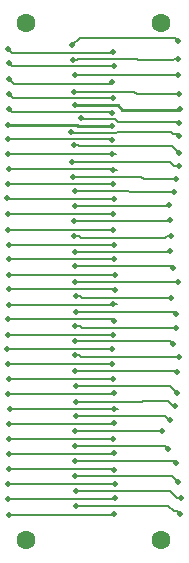
<source format=gbl>
G04 #@! TF.FileFunction,Copper,L2,Bot,Signal*
%FSLAX46Y46*%
G04 Gerber Fmt 4.6, Leading zero omitted, Abs format (unit mm)*
G04 Created by KiCad (PCBNEW 4.0.4-stable) date 12/05/16 22:10:46*
%MOMM*%
%LPD*%
G01*
G04 APERTURE LIST*
%ADD10C,0.150000*%
%ADD11C,1.600000*%
%ADD12C,0.500000*%
%ADD13C,0.200000*%
%ADD14C,0.254000*%
G04 APERTURE END LIST*
D10*
D11*
X15820000Y-1710000D03*
X15820000Y-45500000D03*
X4390000Y-1710000D03*
X4390000Y-45500000D03*
D12*
X2920000Y-43340000D03*
X11850000Y-43310000D03*
X16389647Y-37749990D03*
X8510000Y-37510000D03*
X2930000Y-36940000D03*
X11780000Y-36900000D03*
X15935901Y-36249990D03*
X8580000Y-36230000D03*
X2960000Y-35660000D03*
X11800000Y-35590000D03*
X16620874Y-35343129D03*
X8610000Y-35000000D03*
X3000000Y-34400000D03*
X11800000Y-34400000D03*
X17027216Y-34157636D03*
X8600000Y-33780000D03*
X2890000Y-33140000D03*
X11800000Y-33060000D03*
X17171930Y-33057624D03*
X8630000Y-32440000D03*
X2910000Y-31860000D03*
X11740000Y-31820000D03*
X17420000Y-43310000D03*
X8610000Y-42600000D03*
X17180000Y-31249990D03*
X8540000Y-31140000D03*
X2870000Y-30580000D03*
X11710000Y-30580000D03*
X17326636Y-30029990D03*
X8540000Y-29850000D03*
X2820000Y-29280000D03*
X11690000Y-29330000D03*
X16864258Y-28911752D03*
X8510000Y-28670000D03*
X2890000Y-28100000D03*
X11780000Y-28090000D03*
X17114850Y-27549990D03*
X8580000Y-27340000D03*
X2850000Y-26770000D03*
X11800000Y-26910000D03*
X17116324Y-26349990D03*
X8610000Y-26170000D03*
X2930000Y-25560000D03*
X11780000Y-25510000D03*
X2870000Y-42010000D03*
X11890000Y-41950000D03*
X16682319Y-24959990D03*
X8600000Y-24810000D03*
X2930000Y-24230000D03*
X11900000Y-24280000D03*
X17276123Y-23649990D03*
X8580000Y-23610000D03*
X11900000Y-23040000D03*
X2940000Y-23020000D03*
X16823657Y-22466389D03*
X8530000Y-22290000D03*
X2940000Y-21720000D03*
X11820000Y-21700000D03*
X16568629Y-21060010D03*
X8510000Y-21100000D03*
X2930000Y-20530000D03*
X11800000Y-20510000D03*
X16691084Y-19731084D03*
X8490000Y-19770000D03*
X2850000Y-19210000D03*
X11740000Y-19230000D03*
X17553643Y-41949990D03*
X8620000Y-41310000D03*
X16616084Y-18406084D03*
X8480000Y-18510000D03*
X2880000Y-17870000D03*
X11720000Y-17910000D03*
X16516080Y-17131092D03*
X8520000Y-17200000D03*
X11800000Y-16600000D03*
X2820000Y-16570000D03*
X16953319Y-16039915D03*
X8550000Y-15910000D03*
X2880000Y-15350000D03*
X11780000Y-15350000D03*
X17117873Y-14939903D03*
X8370000Y-14750000D03*
X2920000Y-14100000D03*
X11720000Y-14150000D03*
X17345966Y-13839891D03*
X8280000Y-13470000D03*
X2880000Y-12790000D03*
X11680000Y-12810000D03*
X2840000Y-40740000D03*
X11890000Y-40710000D03*
X17320000Y-12739880D03*
X8460000Y-12080000D03*
X11650000Y-11590000D03*
X2860000Y-11510000D03*
X8220000Y-10940000D03*
X17360000Y-11280000D03*
X2840000Y-10340000D03*
X11680000Y-10440000D03*
X9080000Y-9800000D03*
X17380000Y-10140000D03*
X11650000Y-9300000D03*
X2920000Y-8990000D03*
X8520000Y-8670000D03*
X17390000Y-8970000D03*
X2910000Y-7750000D03*
X11730000Y-8100000D03*
X17350000Y-7760000D03*
X8490000Y-7520000D03*
X2950000Y-6460000D03*
X11690000Y-6740000D03*
X17262459Y-40584627D03*
X8570000Y-40090000D03*
X8500000Y-6100000D03*
X17300000Y-6100000D03*
X2960000Y-5120000D03*
X11800000Y-5350000D03*
X17270000Y-4772990D03*
X8350000Y-4810000D03*
X2900000Y-3910000D03*
X11730000Y-4200000D03*
X17250000Y-3222990D03*
X8290000Y-3610000D03*
X2930000Y-39480000D03*
X11820000Y-39520000D03*
X17110000Y-38949990D03*
X8540000Y-38800000D03*
X2930000Y-38220000D03*
X11800000Y-38150000D03*
D13*
X11820000Y-43340000D02*
X2920000Y-43340000D01*
X11850000Y-43310000D02*
X11820000Y-43340000D01*
X16149657Y-37510000D02*
X16389647Y-37749990D01*
X8510000Y-37510000D02*
X16149657Y-37510000D01*
X11740000Y-36940000D02*
X2930000Y-36940000D01*
X11780000Y-36900000D02*
X11740000Y-36940000D01*
X8580000Y-36230000D02*
X15915911Y-36230000D01*
X15915911Y-36230000D02*
X15935901Y-36249990D01*
X11730000Y-35660000D02*
X2960000Y-35660000D01*
X11800000Y-35590000D02*
X11730000Y-35660000D01*
X16520046Y-35343129D02*
X16620874Y-35343129D01*
X16176917Y-35000000D02*
X16520046Y-35343129D01*
X8610000Y-35000000D02*
X16176917Y-35000000D01*
X11800000Y-34400000D02*
X12153553Y-34400000D01*
X11800000Y-34400000D02*
X3000000Y-34400000D01*
X16830478Y-34157636D02*
X17027216Y-34157636D01*
X14205996Y-33780000D02*
X14235998Y-33749998D01*
X16422840Y-33749998D02*
X16830478Y-34157636D01*
X14235998Y-33749998D02*
X16422840Y-33749998D01*
X8600000Y-33780000D02*
X14205996Y-33780000D01*
X11720000Y-33140000D02*
X2890000Y-33140000D01*
X11800000Y-33060000D02*
X11720000Y-33140000D01*
X16921931Y-32807625D02*
X17171930Y-33057624D01*
X16554306Y-32440000D02*
X16921931Y-32807625D01*
X8630000Y-32440000D02*
X16554306Y-32440000D01*
X11700000Y-31860000D02*
X2910000Y-31860000D01*
X11740000Y-31820000D02*
X11700000Y-31860000D01*
X8610000Y-42600000D02*
X16434300Y-42600000D01*
X16894301Y-43060001D02*
X17170001Y-43060001D01*
X16434300Y-42600000D02*
X16894301Y-43060001D01*
X17170001Y-43060001D02*
X17420000Y-43310000D01*
X17070010Y-31140000D02*
X17180000Y-31249990D01*
X8540000Y-31140000D02*
X17070010Y-31140000D01*
X11710000Y-30580000D02*
X2870000Y-30580000D01*
X8893553Y-29850000D02*
X9073543Y-30029990D01*
X16973083Y-30029990D02*
X17326636Y-30029990D01*
X8540000Y-29850000D02*
X8893553Y-29850000D01*
X9073543Y-30029990D02*
X16973083Y-30029990D01*
X11640000Y-29280000D02*
X2820000Y-29280000D01*
X11690000Y-29330000D02*
X11640000Y-29280000D01*
X14335998Y-28649998D02*
X16602504Y-28649998D01*
X16614259Y-28661753D02*
X16864258Y-28911752D01*
X14315996Y-28670000D02*
X14335998Y-28649998D01*
X8510000Y-28670000D02*
X14315996Y-28670000D01*
X16602504Y-28649998D02*
X16614259Y-28661753D01*
X11770000Y-28100000D02*
X2890000Y-28100000D01*
X11780000Y-28090000D02*
X11770000Y-28100000D01*
X16761297Y-27549990D02*
X17114850Y-27549990D01*
X16731307Y-27520000D02*
X16761297Y-27549990D01*
X8580000Y-27340000D02*
X8933553Y-27340000D01*
X9113553Y-27520000D02*
X16731307Y-27520000D01*
X8933553Y-27340000D02*
X9113553Y-27520000D01*
X11660000Y-26770000D02*
X2850000Y-26770000D01*
X11800000Y-26910000D02*
X11660000Y-26770000D01*
X16936334Y-26170000D02*
X17116324Y-26349990D01*
X8610000Y-26170000D02*
X16936334Y-26170000D01*
X12133553Y-25510000D02*
X11780000Y-25510000D01*
X11730000Y-25560000D02*
X2930000Y-25560000D01*
X11780000Y-25510000D02*
X11730000Y-25560000D01*
X11830000Y-42010000D02*
X2870000Y-42010000D01*
X11890000Y-41950000D02*
X11830000Y-42010000D01*
X16328766Y-24959990D02*
X16682319Y-24959990D01*
X9103543Y-24959990D02*
X16328766Y-24959990D01*
X8600000Y-24810000D02*
X8953553Y-24810000D01*
X8953553Y-24810000D02*
X9103543Y-24959990D01*
X11850000Y-24230000D02*
X2930000Y-24230000D01*
X11900000Y-24280000D02*
X11850000Y-24230000D01*
X17236133Y-23610000D02*
X17276123Y-23649990D01*
X8580000Y-23610000D02*
X17236133Y-23610000D01*
X11880000Y-23020000D02*
X2940000Y-23020000D01*
X11900000Y-23040000D02*
X11880000Y-23020000D01*
X16647268Y-22290000D02*
X16823657Y-22466389D01*
X8530000Y-22290000D02*
X16647268Y-22290000D01*
X11800000Y-21720000D02*
X2940000Y-21720000D01*
X11820000Y-21700000D02*
X11800000Y-21720000D01*
X16528639Y-21100000D02*
X16568629Y-21060010D01*
X8510000Y-21100000D02*
X16528639Y-21100000D01*
X11780000Y-20530000D02*
X2930000Y-20530000D01*
X11800000Y-20510000D02*
X11780000Y-20530000D01*
X16337531Y-19731084D02*
X16691084Y-19731084D01*
X16137531Y-19931084D02*
X16337531Y-19731084D01*
X9004637Y-19931084D02*
X16137531Y-19931084D01*
X8490000Y-19770000D02*
X8843553Y-19770000D01*
X8843553Y-19770000D02*
X9004637Y-19931084D01*
X11720000Y-19210000D02*
X2850000Y-19210000D01*
X11740000Y-19230000D02*
X11720000Y-19210000D01*
X16575700Y-41310000D02*
X17215690Y-41949990D01*
X8620000Y-41310000D02*
X16575700Y-41310000D01*
X17215690Y-41949990D02*
X17553643Y-41949990D01*
X16512168Y-18510000D02*
X16616084Y-18406084D01*
X8480000Y-18510000D02*
X16512168Y-18510000D01*
X11680000Y-17870000D02*
X2880000Y-17870000D01*
X11720000Y-17910000D02*
X11680000Y-17870000D01*
X8520000Y-17200000D02*
X16447172Y-17200000D01*
X16447172Y-17200000D02*
X16516080Y-17131092D01*
X11800000Y-16600000D02*
X2850000Y-16600000D01*
X2850000Y-16600000D02*
X2820000Y-16570000D01*
X8550000Y-15910000D02*
X13037901Y-15910000D01*
X16589691Y-16049990D02*
X16599766Y-16039915D01*
X13037901Y-15910000D02*
X13177891Y-16049990D01*
X13177891Y-16049990D02*
X16589691Y-16049990D01*
X16599766Y-16039915D02*
X16953319Y-16039915D01*
X11780000Y-15350000D02*
X2880000Y-15350000D01*
X16764320Y-14939903D02*
X17117873Y-14939903D01*
X14164004Y-14750000D02*
X14353907Y-14939903D01*
X8370000Y-14750000D02*
X14164004Y-14750000D01*
X14353907Y-14939903D02*
X16764320Y-14939903D01*
X12073553Y-14150000D02*
X11720000Y-14150000D01*
X11670000Y-14100000D02*
X2920000Y-14100000D01*
X11720000Y-14150000D02*
X11670000Y-14100000D01*
X16992413Y-13839891D02*
X17345966Y-13839891D01*
X16940635Y-13839891D02*
X16992413Y-13839891D01*
X8280000Y-13470000D02*
X16570744Y-13470000D01*
X16570744Y-13470000D02*
X16940635Y-13839891D01*
X12033553Y-12810000D02*
X11680000Y-12810000D01*
X11660000Y-12790000D02*
X2880000Y-12790000D01*
X11680000Y-12810000D02*
X11660000Y-12790000D01*
X11860000Y-40740000D02*
X2840000Y-40740000D01*
X11890000Y-40710000D02*
X11860000Y-40740000D01*
X16730120Y-12150000D02*
X17070001Y-12489881D01*
X8460000Y-12080000D02*
X8813553Y-12080000D01*
X8813553Y-12080000D02*
X8883553Y-12150000D01*
X8883553Y-12150000D02*
X16730120Y-12150000D01*
X17070001Y-12489881D02*
X17320000Y-12739880D01*
X11650000Y-11590000D02*
X11570000Y-11510000D01*
X11570000Y-11510000D02*
X2860000Y-11510000D01*
X8290000Y-11010000D02*
X8220000Y-10940000D01*
X12030000Y-11010000D02*
X8290000Y-11010000D01*
X12080000Y-10960000D02*
X12030000Y-11010000D01*
X16670000Y-10960000D02*
X12080000Y-10960000D01*
X16850000Y-11140000D02*
X16670000Y-10960000D01*
X17220000Y-11140000D02*
X16850000Y-11140000D01*
X17360000Y-11280000D02*
X17220000Y-11140000D01*
X11680000Y-10440000D02*
X11760000Y-10520000D01*
D14*
X2860000Y-10360000D02*
X2840000Y-10340000D01*
X8670000Y-10360000D02*
X2860000Y-10360000D01*
X8780000Y-10470000D02*
X8670000Y-10360000D01*
X11650000Y-10470000D02*
X8780000Y-10470000D01*
X11680000Y-10440000D02*
X11650000Y-10470000D01*
D13*
X9140000Y-9860000D02*
X9080000Y-9800000D01*
X11910000Y-9860000D02*
X9140000Y-9860000D01*
X12140000Y-10090000D02*
X11910000Y-9860000D01*
X17330000Y-10090000D02*
X12140000Y-10090000D01*
X17380000Y-10140000D02*
X17330000Y-10090000D01*
X11590000Y-9240000D02*
X11650000Y-9300000D01*
X3170000Y-9240000D02*
X11590000Y-9240000D01*
X2920000Y-8990000D02*
X3170000Y-9240000D01*
D14*
X8550000Y-8700000D02*
X8520000Y-8670000D01*
X12150000Y-8700000D02*
X8550000Y-8700000D01*
X12500000Y-9050000D02*
X12150000Y-8700000D01*
X17310000Y-9050000D02*
X12500000Y-9050000D01*
X17390000Y-8970000D02*
X17310000Y-9050000D01*
D13*
X2910000Y-7760000D02*
X2910000Y-7750000D01*
X3250000Y-8100000D02*
X2910000Y-7760000D01*
X11730000Y-8100000D02*
X3250000Y-8100000D01*
X13760000Y-7760000D02*
X13520000Y-7520000D01*
X13520000Y-7520000D02*
X8490000Y-7520000D01*
X17350000Y-7760000D02*
X13760000Y-7760000D01*
X3360000Y-6870000D02*
X2950000Y-6460000D01*
X11560000Y-6870000D02*
X3360000Y-6870000D01*
X11690000Y-6740000D02*
X11560000Y-6870000D01*
X16767832Y-40090000D02*
X17012460Y-40334628D01*
X8570000Y-40090000D02*
X16767832Y-40090000D01*
X17012460Y-40334628D02*
X17262459Y-40584627D01*
X17300000Y-6100000D02*
X8500000Y-6100000D01*
X3220000Y-5380000D02*
X2960000Y-5120000D01*
X11770000Y-5380000D02*
X3220000Y-5380000D01*
X11800000Y-5350000D02*
X11770000Y-5380000D01*
X8350000Y-4810000D02*
X8703553Y-4810000D01*
X8740563Y-4772990D02*
X13771126Y-4772990D01*
X13771126Y-4772990D02*
X13842638Y-4844502D01*
X13842638Y-4844502D02*
X16844935Y-4844502D01*
X16844935Y-4844502D02*
X16916447Y-4772990D01*
X16916447Y-4772990D02*
X17270000Y-4772990D01*
X8703553Y-4810000D02*
X8740563Y-4772990D01*
X3220000Y-4230000D02*
X2900000Y-3910000D01*
X11700000Y-4230000D02*
X3220000Y-4230000D01*
X11730000Y-4200000D02*
X11700000Y-4230000D01*
X8927009Y-2972991D02*
X17000001Y-2972991D01*
X8290000Y-3610000D02*
X8927009Y-2972991D01*
X17000001Y-2972991D02*
X17250000Y-3222990D01*
X11780000Y-39480000D02*
X2930000Y-39480000D01*
X11820000Y-39520000D02*
X11780000Y-39480000D01*
X8540000Y-38800000D02*
X16960010Y-38800000D01*
X16960010Y-38800000D02*
X17110000Y-38949990D01*
X11730000Y-38220000D02*
X2930000Y-38220000D01*
X11800000Y-38150000D02*
X11730000Y-38220000D01*
M02*

</source>
